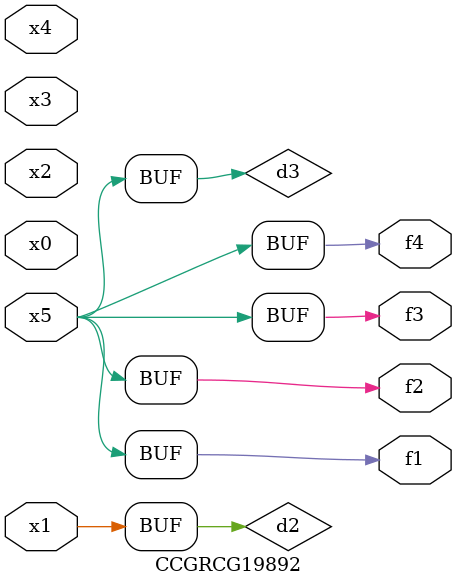
<source format=v>
module CCGRCG19892(
	input x0, x1, x2, x3, x4, x5,
	output f1, f2, f3, f4
);

	wire d1, d2, d3;

	not (d1, x5);
	or (d2, x1);
	xnor (d3, d1);
	assign f1 = d3;
	assign f2 = d3;
	assign f3 = d3;
	assign f4 = d3;
endmodule

</source>
